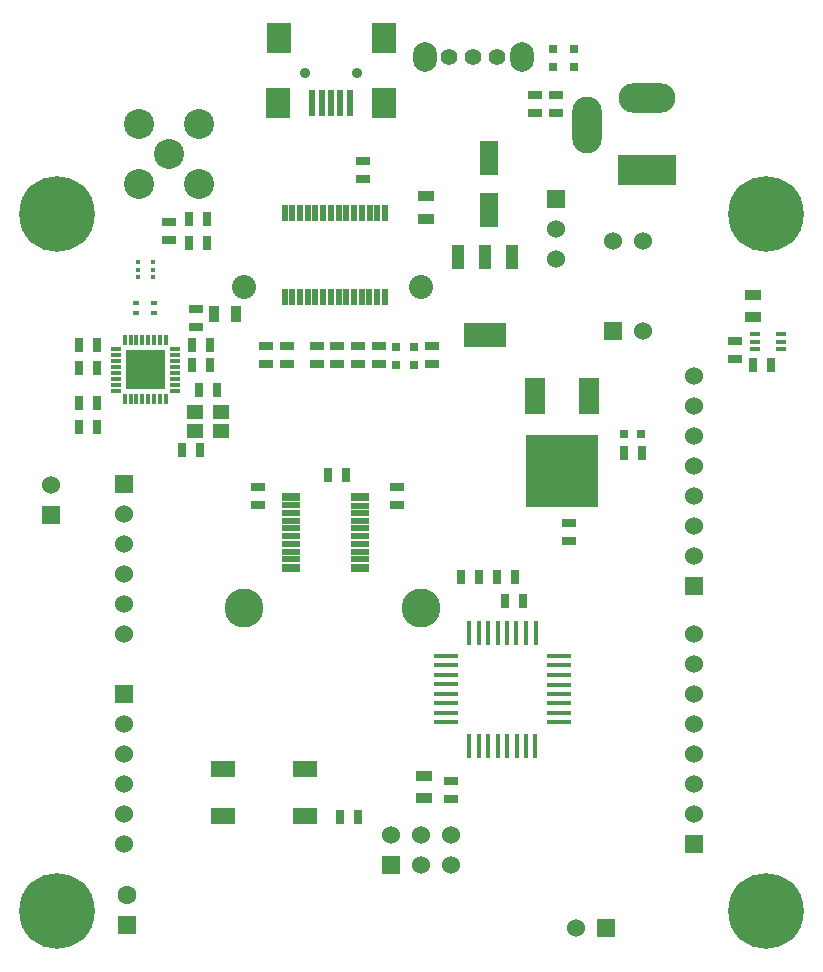
<source format=gts>
G04 (created by PCBNEW (2013-07-07 BZR 4022)-stable) date Tue 23 Jul 2013 03:58:13 PM NZST*
%MOIN*%
G04 Gerber Fmt 3.4, Leading zero omitted, Abs format*
%FSLAX34Y34*%
G01*
G70*
G90*
G04 APERTURE LIST*
%ADD10C,0.00590551*%
%ADD11C,0.0354*%
%ADD12R,0.0787X0.0984*%
%ADD13R,0.0197X0.0906*%
%ADD14C,0.252*%
%ADD15R,0.0177X0.0787*%
%ADD16R,0.0787X0.0177*%
%ADD17R,0.06X0.06*%
%ADD18C,0.06*%
%ADD19R,0.144X0.08*%
%ADD20R,0.04X0.08*%
%ADD21R,0.035X0.055*%
%ADD22R,0.055X0.035*%
%ADD23R,0.045X0.025*%
%ADD24R,0.025X0.045*%
%ADD25R,0.0236X0.0157*%
%ADD26R,0.0314X0.0314*%
%ADD27R,0.063X0.1181*%
%ADD28R,0.0787402X0.0551181*%
%ADD29R,0.0551181X0.0472441*%
%ADD30R,0.065X0.12*%
%ADD31R,0.24X0.24*%
%ADD32C,0.1*%
%ADD33R,0.0629921X0.0629921*%
%ADD34C,0.0629921*%
%ADD35O,0.189X0.0984252*%
%ADD36R,0.19685X0.0984252*%
%ADD37O,0.0984252X0.189*%
%ADD38C,0.0551181*%
%ADD39O,0.0787402X0.0984252*%
%ADD40R,0.015748X0.011811*%
%ADD41R,0.0334646X0.0137795*%
%ADD42R,0.023874X0.057874*%
%ADD43R,0.0610236X0.023622*%
%ADD44R,0.0610236X0.0314961*%
%ADD45C,0.08*%
%ADD46C,0.13*%
%ADD47R,0.037874X0.017874*%
%ADD48R,0.017874X0.037874*%
%ADD49R,0.0708661X0.0708661*%
G04 APERTURE END LIST*
G54D10*
G54D11*
X29634Y-21800D03*
X31366Y-21800D03*
G54D12*
X28768Y-20619D03*
X32252Y-20619D03*
X28748Y-22784D03*
X32252Y-22784D03*
G54D13*
X30500Y-22784D03*
X30815Y-22784D03*
X31130Y-22784D03*
X30185Y-22784D03*
X29870Y-22784D03*
G54D14*
X21380Y-26500D03*
X21380Y-49730D03*
X45000Y-26500D03*
X45000Y-49730D03*
G54D15*
X37313Y-44218D03*
X36998Y-44218D03*
X36683Y-44218D03*
X36368Y-44218D03*
X36053Y-44218D03*
X35738Y-44218D03*
X35423Y-44218D03*
X35108Y-44218D03*
X35110Y-40452D03*
X37320Y-40452D03*
X37000Y-40452D03*
X36680Y-40452D03*
X36370Y-40452D03*
X36050Y-40452D03*
X35740Y-40452D03*
X35420Y-40452D03*
G54D16*
X34320Y-43434D03*
X34320Y-43120D03*
X34320Y-42804D03*
X34320Y-42490D03*
X34320Y-42174D03*
X34320Y-41860D03*
X34320Y-41544D03*
X34320Y-41230D03*
X38100Y-43432D03*
X38100Y-43122D03*
X38100Y-42802D03*
X38100Y-42492D03*
X38100Y-42182D03*
X38100Y-41862D03*
X38100Y-41542D03*
X38100Y-41222D03*
G54D17*
X39900Y-30400D03*
G54D18*
X40900Y-30400D03*
X40900Y-27400D03*
X39900Y-27400D03*
G54D19*
X35629Y-30532D03*
G54D20*
X35629Y-27932D03*
X34729Y-27932D03*
X36529Y-27932D03*
G54D21*
X27343Y-29842D03*
X26593Y-29842D03*
G54D22*
X33600Y-45225D03*
X33600Y-45975D03*
X33661Y-26654D03*
X33661Y-25904D03*
G54D23*
X34500Y-45400D03*
X34500Y-46000D03*
G54D24*
X22101Y-31614D03*
X22701Y-31614D03*
X25881Y-31535D03*
X26481Y-31535D03*
G54D23*
X25984Y-30260D03*
X25984Y-29660D03*
G54D24*
X26100Y-32350D03*
X26700Y-32350D03*
X25526Y-34370D03*
X26126Y-34370D03*
X25881Y-30866D03*
X26481Y-30866D03*
X25782Y-27460D03*
X26382Y-27460D03*
X22101Y-32795D03*
X22701Y-32795D03*
G54D23*
X29035Y-30900D03*
X29035Y-31500D03*
X31574Y-25339D03*
X31574Y-24739D03*
X30019Y-30900D03*
X30019Y-31500D03*
X28070Y-36205D03*
X28070Y-35605D03*
G54D24*
X31008Y-35196D03*
X30408Y-35196D03*
X36914Y-39409D03*
X36314Y-39409D03*
G54D23*
X31397Y-31500D03*
X31397Y-30900D03*
X25098Y-27366D03*
X25098Y-26766D03*
G54D24*
X22101Y-30866D03*
X22701Y-30866D03*
X22101Y-33582D03*
X22701Y-33582D03*
G54D23*
X32086Y-31500D03*
X32086Y-30900D03*
X33858Y-31500D03*
X33858Y-30900D03*
G54D24*
X30800Y-46600D03*
X31400Y-46600D03*
G54D23*
X32716Y-36205D03*
X32716Y-35605D03*
X37303Y-23134D03*
X37303Y-22534D03*
X37992Y-23134D03*
X37992Y-22534D03*
X38425Y-37386D03*
X38425Y-36786D03*
G54D24*
X34837Y-38582D03*
X35437Y-38582D03*
G54D23*
X30708Y-31500D03*
X30708Y-30900D03*
X28346Y-31500D03*
X28346Y-30900D03*
G54D24*
X40251Y-34448D03*
X40851Y-34448D03*
X36018Y-38582D03*
X36618Y-38582D03*
G54D25*
X24015Y-29802D03*
X24015Y-29448D03*
X24606Y-29802D03*
X24606Y-29448D03*
G54D17*
X42600Y-47500D03*
G54D18*
X42600Y-46500D03*
X42600Y-45500D03*
X42600Y-44500D03*
X42600Y-43500D03*
X42600Y-42500D03*
X42600Y-41500D03*
X42600Y-40500D03*
G54D17*
X42600Y-38900D03*
G54D18*
X42600Y-37900D03*
X42600Y-36900D03*
X42600Y-35900D03*
X42600Y-34900D03*
X42600Y-33900D03*
X42600Y-32900D03*
X42600Y-31900D03*
G54D17*
X32500Y-48200D03*
G54D18*
X32500Y-47200D03*
X33500Y-48200D03*
X33500Y-47200D03*
X34500Y-48200D03*
X34500Y-47200D03*
G54D17*
X38000Y-26000D03*
G54D18*
X38000Y-27000D03*
X38000Y-28000D03*
G54D17*
X21161Y-36523D03*
G54D18*
X21161Y-35523D03*
G54D17*
X39673Y-50295D03*
G54D18*
X38673Y-50295D03*
G54D17*
X23600Y-42500D03*
G54D18*
X23600Y-43500D03*
X23600Y-44500D03*
X23600Y-45500D03*
X23600Y-46500D03*
X23600Y-47500D03*
G54D17*
X23600Y-35500D03*
G54D18*
X23600Y-36500D03*
X23600Y-37500D03*
X23600Y-38500D03*
X23600Y-39500D03*
X23600Y-40500D03*
G54D26*
X37900Y-21595D03*
X37900Y-21005D03*
X40846Y-33818D03*
X40256Y-33818D03*
X32677Y-30925D03*
X32677Y-31515D03*
X38600Y-21595D03*
X38600Y-21005D03*
X33267Y-30925D03*
X33267Y-31515D03*
G54D27*
X35750Y-24634D03*
X35750Y-26366D03*
G54D28*
X29645Y-46574D03*
X29645Y-45000D03*
X26889Y-45000D03*
X26889Y-46574D03*
G54D24*
X25782Y-26673D03*
X26382Y-26673D03*
G54D29*
X25966Y-33714D03*
X26833Y-33714D03*
X25966Y-33085D03*
X26833Y-33085D03*
G54D30*
X39088Y-32578D03*
G54D31*
X38188Y-35078D03*
G54D30*
X37288Y-32578D03*
G54D32*
X25100Y-24500D03*
X26100Y-23500D03*
X24100Y-23500D03*
X24100Y-25500D03*
X26100Y-25500D03*
G54D33*
X23700Y-50192D03*
G54D34*
X23700Y-49207D03*
G54D35*
X41043Y-22637D03*
G54D36*
X41043Y-25037D03*
G54D37*
X39043Y-23537D03*
G54D38*
X35236Y-21259D03*
X36023Y-21259D03*
X34448Y-21259D03*
G54D39*
X33622Y-21259D03*
X36850Y-21259D03*
G54D40*
X24557Y-28602D03*
X24557Y-28346D03*
X24557Y-28090D03*
X24064Y-28602D03*
X24064Y-28346D03*
X24064Y-28090D03*
G54D41*
X45492Y-31003D03*
X45492Y-30748D03*
X45492Y-30492D03*
X44625Y-30492D03*
X44625Y-30748D03*
X44625Y-31003D03*
G54D23*
X43976Y-31343D03*
X43976Y-30743D03*
G54D22*
X44566Y-29941D03*
X44566Y-29191D03*
G54D24*
X45181Y-31535D03*
X44581Y-31535D03*
G54D42*
X28960Y-29254D03*
X29210Y-29254D03*
X29470Y-29254D03*
X29730Y-29254D03*
X29980Y-29254D03*
X30240Y-29254D03*
X30500Y-29254D03*
X30750Y-29254D03*
X31010Y-29254D03*
X31260Y-29254D03*
X31520Y-29254D03*
X31780Y-29254D03*
X32030Y-29254D03*
X32290Y-29254D03*
X32290Y-26454D03*
X32030Y-26454D03*
X31790Y-26454D03*
X31520Y-26454D03*
X31260Y-26454D03*
X31010Y-26454D03*
X30750Y-26454D03*
X30500Y-26454D03*
X30240Y-26454D03*
X29980Y-26454D03*
X29730Y-26454D03*
X29470Y-26454D03*
X29210Y-26454D03*
X28960Y-26454D03*
G54D43*
X29161Y-36978D03*
X29161Y-37234D03*
X29161Y-37490D03*
X29161Y-37746D03*
X31468Y-36214D03*
X29161Y-36210D03*
X29161Y-36466D03*
X29161Y-36722D03*
X31468Y-38001D03*
X31468Y-37746D03*
X31468Y-37490D03*
X31468Y-37234D03*
X31468Y-36978D03*
X31468Y-36722D03*
X29161Y-38001D03*
X31468Y-36466D03*
G54D44*
X29161Y-35915D03*
X29161Y-38297D03*
X31468Y-38297D03*
X31468Y-35915D03*
G54D45*
X33505Y-28918D03*
X27605Y-28918D03*
G54D46*
X33505Y-39618D03*
X27605Y-39618D03*
G54D47*
X25295Y-31200D03*
X25295Y-31397D03*
X25295Y-31594D03*
X25295Y-31003D03*
G54D48*
X25000Y-30708D03*
X24803Y-30708D03*
X24606Y-30708D03*
X24409Y-30708D03*
X24213Y-30708D03*
X24016Y-30708D03*
X23819Y-30708D03*
X23622Y-30708D03*
G54D47*
X23327Y-32381D03*
X23327Y-31003D03*
X23327Y-31200D03*
X23327Y-31397D03*
X23327Y-31594D03*
X23327Y-31790D03*
X23327Y-31987D03*
X23327Y-32184D03*
G54D48*
X23622Y-32676D03*
X23819Y-32676D03*
X24016Y-32676D03*
X24213Y-32676D03*
X24409Y-32676D03*
X24606Y-32676D03*
X24803Y-32676D03*
X25000Y-32676D03*
G54D47*
X25295Y-32381D03*
X25295Y-32184D03*
X25295Y-31987D03*
X25295Y-31790D03*
G54D49*
X24625Y-31377D03*
X24625Y-32007D03*
X23996Y-31377D03*
X23996Y-32007D03*
M02*

</source>
